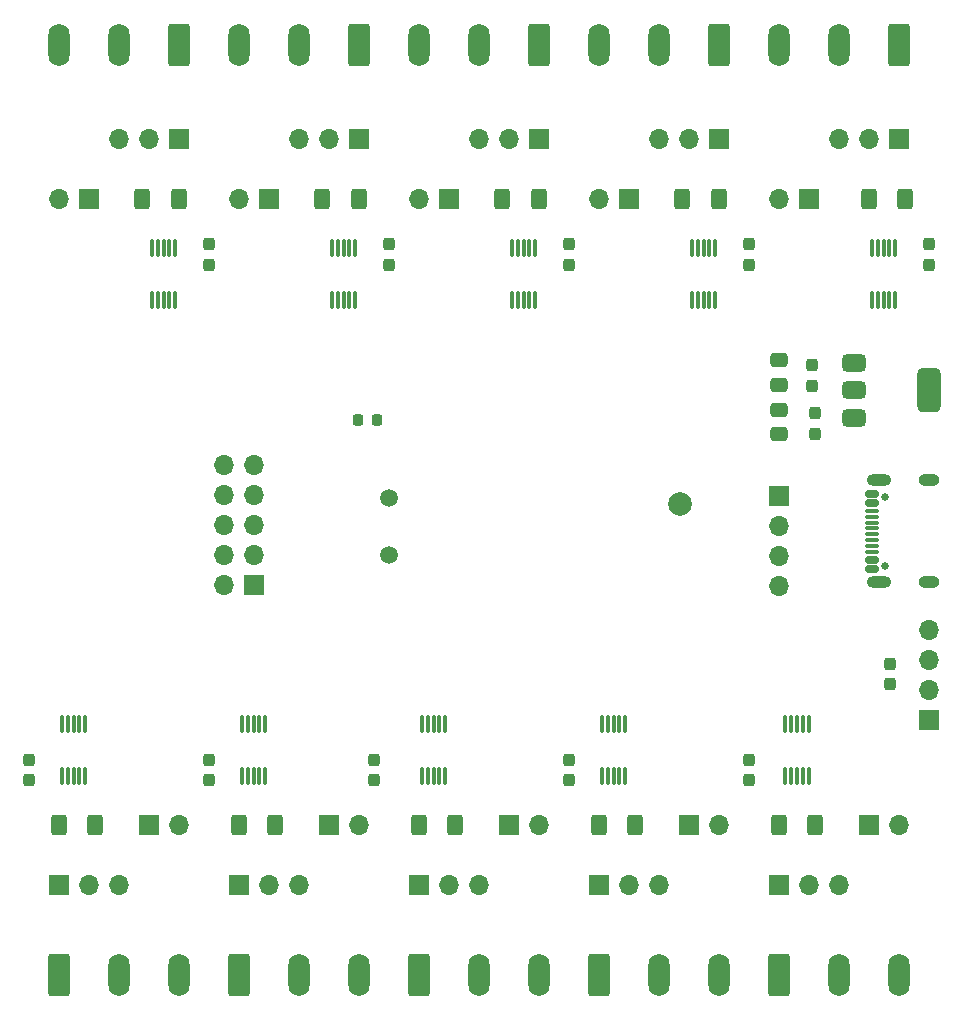
<source format=gbr>
%TF.GenerationSoftware,KiCad,Pcbnew,8.0.3*%
%TF.CreationDate,2024-06-21T15:52:04+03:00*%
%TF.ProjectId,pm,706d2e6b-6963-4616-945f-706362585858,rev?*%
%TF.SameCoordinates,Original*%
%TF.FileFunction,Soldermask,Top*%
%TF.FilePolarity,Negative*%
%FSLAX46Y46*%
G04 Gerber Fmt 4.6, Leading zero omitted, Abs format (unit mm)*
G04 Created by KiCad (PCBNEW 8.0.3) date 2024-06-21 15:52:04*
%MOMM*%
%LPD*%
G01*
G04 APERTURE LIST*
G04 Aperture macros list*
%AMRoundRect*
0 Rectangle with rounded corners*
0 $1 Rounding radius*
0 $2 $3 $4 $5 $6 $7 $8 $9 X,Y pos of 4 corners*
0 Add a 4 corners polygon primitive as box body*
4,1,4,$2,$3,$4,$5,$6,$7,$8,$9,$2,$3,0*
0 Add four circle primitives for the rounded corners*
1,1,$1+$1,$2,$3*
1,1,$1+$1,$4,$5*
1,1,$1+$1,$6,$7*
1,1,$1+$1,$8,$9*
0 Add four rect primitives between the rounded corners*
20,1,$1+$1,$2,$3,$4,$5,0*
20,1,$1+$1,$4,$5,$6,$7,0*
20,1,$1+$1,$6,$7,$8,$9,0*
20,1,$1+$1,$8,$9,$2,$3,0*%
G04 Aperture macros list end*
%ADD10C,2.000000*%
%ADD11R,1.700000X1.700000*%
%ADD12O,1.700000X1.700000*%
%ADD13RoundRect,0.218750X-0.218750X-0.256250X0.218750X-0.256250X0.218750X0.256250X-0.218750X0.256250X0*%
%ADD14C,1.500000*%
%ADD15RoundRect,0.375000X-0.625000X-0.375000X0.625000X-0.375000X0.625000X0.375000X-0.625000X0.375000X0*%
%ADD16RoundRect,0.500000X-0.500000X-1.400000X0.500000X-1.400000X0.500000X1.400000X-0.500000X1.400000X0*%
%ADD17RoundRect,0.237500X-0.237500X0.300000X-0.237500X-0.300000X0.237500X-0.300000X0.237500X0.300000X0*%
%ADD18RoundRect,0.250000X0.475000X-0.337500X0.475000X0.337500X-0.475000X0.337500X-0.475000X-0.337500X0*%
%ADD19RoundRect,0.237500X0.237500X-0.300000X0.237500X0.300000X-0.237500X0.300000X-0.237500X-0.300000X0*%
%ADD20RoundRect,0.075000X0.075000X-0.650000X0.075000X0.650000X-0.075000X0.650000X-0.075000X-0.650000X0*%
%ADD21RoundRect,0.250000X-0.650000X-1.550000X0.650000X-1.550000X0.650000X1.550000X-0.650000X1.550000X0*%
%ADD22O,1.800000X3.600000*%
%ADD23RoundRect,0.250000X0.650000X1.550000X-0.650000X1.550000X-0.650000X-1.550000X0.650000X-1.550000X0*%
%ADD24RoundRect,0.250000X0.400000X0.625000X-0.400000X0.625000X-0.400000X-0.625000X0.400000X-0.625000X0*%
%ADD25RoundRect,0.075000X-0.075000X0.650000X-0.075000X-0.650000X0.075000X-0.650000X0.075000X0.650000X0*%
%ADD26RoundRect,0.250000X-0.400000X-0.625000X0.400000X-0.625000X0.400000X0.625000X-0.400000X0.625000X0*%
%ADD27C,0.650000*%
%ADD28RoundRect,0.150000X0.425000X-0.150000X0.425000X0.150000X-0.425000X0.150000X-0.425000X-0.150000X0*%
%ADD29RoundRect,0.075000X0.500000X-0.075000X0.500000X0.075000X-0.500000X0.075000X-0.500000X-0.075000X0*%
%ADD30O,2.100000X1.000000*%
%ADD31O,1.800000X1.000000*%
G04 APERTURE END LIST*
D10*
%TO.C,TP1*%
X121158000Y-89662000D03*
%TD*%
D11*
%TO.C,J21*%
X85090000Y-96520000D03*
D12*
X82550000Y-96520000D03*
X85090000Y-93980000D03*
X82550000Y-93980000D03*
X85090000Y-91440000D03*
X82550000Y-91440000D03*
X85090000Y-88900000D03*
X82550000Y-88900000D03*
X85090000Y-86360000D03*
X82550000Y-86360000D03*
%TD*%
D13*
%TO.C,D1*%
X93954500Y-82550000D03*
X95529500Y-82550000D03*
%TD*%
D14*
%TO.C,Y1*%
X96520000Y-89080000D03*
X96520000Y-93980000D03*
%TD*%
D15*
%TO.C,U12*%
X135940000Y-77710000D03*
X135940000Y-80010000D03*
D16*
X142240000Y-80010000D03*
D15*
X135940000Y-82310000D03*
%TD*%
D17*
%TO.C,C26*%
X132588000Y-81941500D03*
X132588000Y-83666500D03*
%TD*%
D18*
%TO.C,C25*%
X129540000Y-81637500D03*
X129540000Y-83712500D03*
%TD*%
D17*
%TO.C,C5*%
X81280000Y-67650000D03*
X81280000Y-69375000D03*
%TD*%
D19*
%TO.C,C8*%
X111760000Y-113030000D03*
X111760000Y-111305000D03*
%TD*%
D20*
%TO.C,U4*%
X122190000Y-72390000D03*
X122690000Y-72390000D03*
X123190000Y-72390000D03*
X123690000Y-72390000D03*
X124190000Y-72390000D03*
X124190000Y-67990000D03*
X123690000Y-67990000D03*
X123190000Y-67990000D03*
X122690000Y-67990000D03*
X122190000Y-67990000D03*
%TD*%
D17*
%TO.C,C18*%
X132334000Y-77877500D03*
X132334000Y-79602500D03*
%TD*%
%TO.C,C1*%
X142240000Y-67650000D03*
X142240000Y-69375000D03*
%TD*%
D21*
%TO.C,J14*%
X83820000Y-129540000D03*
D22*
X88900000Y-129540000D03*
X93980000Y-129540000D03*
%TD*%
D23*
%TO.C,J8*%
X124460000Y-50800000D03*
D22*
X119380000Y-50800000D03*
X114300000Y-50800000D03*
%TD*%
D19*
%TO.C,C7*%
X127000000Y-113030000D03*
X127000000Y-111305000D03*
%TD*%
D21*
%TO.C,J16*%
X99060000Y-129540000D03*
D22*
X104140000Y-129540000D03*
X109220000Y-129540000D03*
%TD*%
D11*
%TO.C,JP2*%
X86360000Y-63840000D03*
D12*
X83820000Y-63840000D03*
%TD*%
D11*
%TO.C,JP7*%
X91440000Y-116840000D03*
D12*
X93980000Y-116840000D03*
%TD*%
D19*
%TO.C,C19*%
X138938000Y-104902000D03*
X138938000Y-103177000D03*
%TD*%
D11*
%TO.C,JP3*%
X101600000Y-63840000D03*
D12*
X99060000Y-63840000D03*
%TD*%
D24*
%TO.C,R9*%
X117400000Y-116840000D03*
X114300000Y-116840000D03*
%TD*%
D20*
%TO.C,U3*%
X106950000Y-72390000D03*
X107450000Y-72390000D03*
X107950000Y-72390000D03*
X108450000Y-72390000D03*
X108950000Y-72390000D03*
X108950000Y-67990000D03*
X108450000Y-67990000D03*
X107950000Y-67990000D03*
X107450000Y-67990000D03*
X106950000Y-67990000D03*
%TD*%
D11*
%TO.C,JP1*%
X71120000Y-63840000D03*
D12*
X68580000Y-63840000D03*
%TD*%
D25*
%TO.C,U8*%
X101330000Y-108290000D03*
X100830000Y-108290000D03*
X100330000Y-108290000D03*
X99830000Y-108290000D03*
X99330000Y-108290000D03*
X99330000Y-112690000D03*
X99830000Y-112690000D03*
X100330000Y-112690000D03*
X100830000Y-112690000D03*
X101330000Y-112690000D03*
%TD*%
D24*
%TO.C,R6*%
X71680000Y-116840000D03*
X68580000Y-116840000D03*
%TD*%
D26*
%TO.C,R4*%
X121360000Y-63840000D03*
X124460000Y-63840000D03*
%TD*%
D23*
%TO.C,J2*%
X78740000Y-50800000D03*
D22*
X73660000Y-50800000D03*
X68580000Y-50800000D03*
%TD*%
D23*
%TO.C,J6*%
X109220000Y-50800000D03*
D22*
X104140000Y-50800000D03*
X99060000Y-50800000D03*
%TD*%
D11*
%TO.C,J19*%
X129540000Y-121920000D03*
D12*
X132080000Y-121920000D03*
X134620000Y-121920000D03*
%TD*%
D19*
%TO.C,C10*%
X81280000Y-113030000D03*
X81280000Y-111305000D03*
%TD*%
D23*
%TO.C,J4*%
X93980000Y-50800000D03*
D22*
X88900000Y-50800000D03*
X83820000Y-50800000D03*
%TD*%
D24*
%TO.C,R8*%
X102160000Y-116840000D03*
X99060000Y-116840000D03*
%TD*%
D26*
%TO.C,R2*%
X90880000Y-63840000D03*
X93980000Y-63840000D03*
%TD*%
D17*
%TO.C,C3*%
X111760000Y-67650000D03*
X111760000Y-69375000D03*
%TD*%
D11*
%TO.C,J3*%
X93980000Y-58760000D03*
D12*
X91440000Y-58760000D03*
X88900000Y-58760000D03*
%TD*%
D11*
%TO.C,JP4*%
X116840000Y-63840000D03*
D12*
X114300000Y-63840000D03*
%TD*%
D20*
%TO.C,U5*%
X137430000Y-72390000D03*
X137930000Y-72390000D03*
X138430000Y-72390000D03*
X138930000Y-72390000D03*
X139430000Y-72390000D03*
X139430000Y-67990000D03*
X138930000Y-67990000D03*
X138430000Y-67990000D03*
X137930000Y-67990000D03*
X137430000Y-67990000D03*
%TD*%
D26*
%TO.C,R5*%
X137160000Y-63840000D03*
X140260000Y-63840000D03*
%TD*%
D25*
%TO.C,U7*%
X86090000Y-108290000D03*
X85590000Y-108290000D03*
X85090000Y-108290000D03*
X84590000Y-108290000D03*
X84090000Y-108290000D03*
X84090000Y-112690000D03*
X84590000Y-112690000D03*
X85090000Y-112690000D03*
X85590000Y-112690000D03*
X86090000Y-112690000D03*
%TD*%
D11*
%TO.C,JP5*%
X132080000Y-63840000D03*
D12*
X129540000Y-63840000D03*
%TD*%
D20*
%TO.C,U1*%
X76470000Y-72390000D03*
X76970000Y-72390000D03*
X77470000Y-72390000D03*
X77970000Y-72390000D03*
X78470000Y-72390000D03*
X78470000Y-67990000D03*
X77970000Y-67990000D03*
X77470000Y-67990000D03*
X76970000Y-67990000D03*
X76470000Y-67990000D03*
%TD*%
D25*
%TO.C,U9*%
X116570000Y-108290000D03*
X116070000Y-108290000D03*
X115570000Y-108290000D03*
X115070000Y-108290000D03*
X114570000Y-108290000D03*
X114570000Y-112690000D03*
X115070000Y-112690000D03*
X115570000Y-112690000D03*
X116070000Y-112690000D03*
X116570000Y-112690000D03*
%TD*%
D11*
%TO.C,J7*%
X124460000Y-58760000D03*
D12*
X121920000Y-58760000D03*
X119380000Y-58760000D03*
%TD*%
D11*
%TO.C,JP6*%
X76200000Y-116840000D03*
D12*
X78740000Y-116840000D03*
%TD*%
D18*
%TO.C,C22*%
X129540000Y-79545000D03*
X129540000Y-77470000D03*
%TD*%
D21*
%TO.C,J18*%
X114300000Y-129540000D03*
D22*
X119380000Y-129540000D03*
X124460000Y-129540000D03*
%TD*%
D19*
%TO.C,C9*%
X95250000Y-113030000D03*
X95250000Y-111305000D03*
%TD*%
D21*
%TO.C,J12*%
X68580000Y-129540000D03*
D22*
X73660000Y-129540000D03*
X78740000Y-129540000D03*
%TD*%
D21*
%TO.C,J20*%
X129540000Y-129540000D03*
D22*
X134620000Y-129540000D03*
X139700000Y-129540000D03*
%TD*%
D25*
%TO.C,U6*%
X70850000Y-108290000D03*
X70350000Y-108290000D03*
X69850000Y-108290000D03*
X69350000Y-108290000D03*
X68850000Y-108290000D03*
X68850000Y-112690000D03*
X69350000Y-112690000D03*
X69850000Y-112690000D03*
X70350000Y-112690000D03*
X70850000Y-112690000D03*
%TD*%
D11*
%TO.C,J1*%
X78740000Y-58760000D03*
D12*
X76200000Y-58760000D03*
X73660000Y-58760000D03*
%TD*%
D11*
%TO.C,JP9*%
X121920000Y-116840000D03*
D12*
X124460000Y-116840000D03*
%TD*%
D11*
%TO.C,JP10*%
X137160000Y-116840000D03*
D12*
X139700000Y-116840000D03*
%TD*%
D24*
%TO.C,R10*%
X132640000Y-116840000D03*
X129540000Y-116840000D03*
%TD*%
D26*
%TO.C,R1*%
X75640000Y-63840000D03*
X78740000Y-63840000D03*
%TD*%
D11*
%TO.C,J9*%
X139700000Y-58760000D03*
D12*
X137160000Y-58760000D03*
X134620000Y-58760000D03*
%TD*%
D11*
%TO.C,J13*%
X83820000Y-121920000D03*
D12*
X86360000Y-121920000D03*
X88900000Y-121920000D03*
%TD*%
D19*
%TO.C,C6*%
X66040000Y-113030000D03*
X66040000Y-111305000D03*
%TD*%
D11*
%TO.C,J15*%
X99060000Y-121920000D03*
D12*
X101600000Y-121920000D03*
X104140000Y-121920000D03*
%TD*%
D23*
%TO.C,J10*%
X139700000Y-50800000D03*
D22*
X134620000Y-50800000D03*
X129540000Y-50800000D03*
%TD*%
D11*
%TO.C,J5*%
X109220000Y-58760000D03*
D12*
X106680000Y-58760000D03*
X104140000Y-58760000D03*
%TD*%
D11*
%TO.C,JP8*%
X106680000Y-116840000D03*
D12*
X109220000Y-116840000D03*
%TD*%
D11*
%TO.C,J17*%
X114300000Y-121920000D03*
D12*
X116840000Y-121920000D03*
X119380000Y-121920000D03*
%TD*%
D17*
%TO.C,C2*%
X127000000Y-67650000D03*
X127000000Y-69375000D03*
%TD*%
D25*
%TO.C,U10*%
X132080000Y-108290000D03*
X131580000Y-108290000D03*
X131080000Y-108290000D03*
X130580000Y-108290000D03*
X130080000Y-108290000D03*
X130080000Y-112690000D03*
X130580000Y-112690000D03*
X131080000Y-112690000D03*
X131580000Y-112690000D03*
X132080000Y-112690000D03*
%TD*%
D11*
%TO.C,J11*%
X68580000Y-121920000D03*
D12*
X71120000Y-121920000D03*
X73660000Y-121920000D03*
%TD*%
D20*
%TO.C,U2*%
X91710000Y-72390000D03*
X92210000Y-72390000D03*
X92710000Y-72390000D03*
X93210000Y-72390000D03*
X93710000Y-72390000D03*
X93710000Y-67990000D03*
X93210000Y-67990000D03*
X92710000Y-67990000D03*
X92210000Y-67990000D03*
X91710000Y-67990000D03*
%TD*%
D26*
%TO.C,R3*%
X106120000Y-63840000D03*
X109220000Y-63840000D03*
%TD*%
D24*
%TO.C,R7*%
X86920000Y-116840000D03*
X83820000Y-116840000D03*
%TD*%
D17*
%TO.C,C4*%
X96520000Y-67650000D03*
X96520000Y-69375000D03*
%TD*%
D27*
%TO.C,J25*%
X138560000Y-94840000D03*
X138560000Y-89060000D03*
D28*
X137485000Y-95150000D03*
X137485000Y-94350000D03*
D29*
X137485000Y-93200000D03*
X137485000Y-92200000D03*
X137485000Y-91700000D03*
X137485000Y-90700000D03*
D28*
X137485000Y-89550000D03*
X137485000Y-88750000D03*
X137485000Y-88750000D03*
X137485000Y-89550000D03*
D29*
X137485000Y-90200000D03*
X137485000Y-91200000D03*
X137485000Y-92700000D03*
X137485000Y-93700000D03*
D28*
X137485000Y-94350000D03*
X137485000Y-95150000D03*
D30*
X138060000Y-96270000D03*
D31*
X142240000Y-96270000D03*
D30*
X138060000Y-87630000D03*
D31*
X142240000Y-87630000D03*
%TD*%
D11*
%TO.C,J23*%
X129540000Y-88910000D03*
D12*
X129540000Y-91450000D03*
X129540000Y-93990000D03*
X129540000Y-96530000D03*
%TD*%
D11*
%TO.C,J24*%
X142240000Y-107950000D03*
D12*
X142240000Y-105410000D03*
X142240000Y-102870000D03*
X142240000Y-100330000D03*
%TD*%
M02*

</source>
